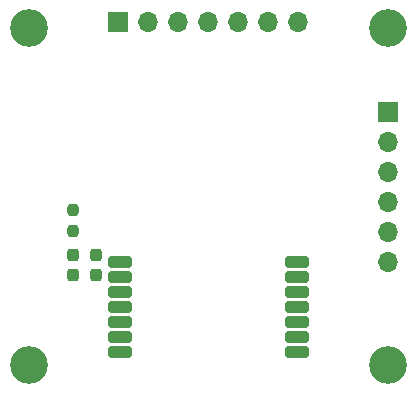
<source format=gts>
G04 #@! TF.GenerationSoftware,KiCad,Pcbnew,6.0.11+dfsg-1~bpo11+1*
G04 #@! TF.CreationDate,2023-03-04T12:31:31-08:00*
G04 #@! TF.ProjectId,sx1280_breakout,73783132-3830-45f6-9272-65616b6f7574,rev?*
G04 #@! TF.SameCoordinates,Original*
G04 #@! TF.FileFunction,Soldermask,Top*
G04 #@! TF.FilePolarity,Negative*
%FSLAX46Y46*%
G04 Gerber Fmt 4.6, Leading zero omitted, Abs format (unit mm)*
G04 Created by KiCad (PCBNEW 6.0.11+dfsg-1~bpo11+1) date 2023-03-04 12:31:31*
%MOMM*%
%LPD*%
G01*
G04 APERTURE LIST*
G04 Aperture macros list*
%AMRoundRect*
0 Rectangle with rounded corners*
0 $1 Rounding radius*
0 $2 $3 $4 $5 $6 $7 $8 $9 X,Y pos of 4 corners*
0 Add a 4 corners polygon primitive as box body*
4,1,4,$2,$3,$4,$5,$6,$7,$8,$9,$2,$3,0*
0 Add four circle primitives for the rounded corners*
1,1,$1+$1,$2,$3*
1,1,$1+$1,$4,$5*
1,1,$1+$1,$6,$7*
1,1,$1+$1,$8,$9*
0 Add four rect primitives between the rounded corners*
20,1,$1+$1,$2,$3,$4,$5,0*
20,1,$1+$1,$4,$5,$6,$7,0*
20,1,$1+$1,$6,$7,$8,$9,0*
20,1,$1+$1,$8,$9,$2,$3,0*%
G04 Aperture macros list end*
%ADD10RoundRect,0.250000X-0.750000X-0.250000X0.750000X-0.250000X0.750000X0.250000X-0.750000X0.250000X0*%
%ADD11RoundRect,0.237500X-0.237500X0.250000X-0.237500X-0.250000X0.237500X-0.250000X0.237500X0.250000X0*%
%ADD12RoundRect,0.237500X-0.237500X0.300000X-0.237500X-0.300000X0.237500X-0.300000X0.237500X0.300000X0*%
%ADD13C,3.200000*%
%ADD14R,1.700000X1.700000*%
%ADD15O,1.700000X1.700000*%
G04 APERTURE END LIST*
D10*
X132200000Y-111320000D03*
X132200000Y-112590000D03*
X132200000Y-113860000D03*
X132200000Y-115130000D03*
X132200000Y-116400000D03*
X132200000Y-117670000D03*
X132200000Y-118940000D03*
X147200000Y-118940000D03*
X147200000Y-117670000D03*
X147200000Y-116400000D03*
X147200000Y-115130000D03*
X147200000Y-113860000D03*
X147200000Y-112590000D03*
X147200000Y-111320000D03*
D11*
X128270000Y-106875000D03*
X128270000Y-108700000D03*
D12*
X130175000Y-110685000D03*
X130175000Y-112410000D03*
X128270000Y-110685000D03*
X128270000Y-112410000D03*
D13*
X154900000Y-120000000D03*
X124500000Y-120000000D03*
X154900000Y-91500000D03*
X124500000Y-91500000D03*
D14*
X132080000Y-91000000D03*
D15*
X134620000Y-91000000D03*
X137160000Y-91000000D03*
X139700000Y-91000000D03*
X142240000Y-91000000D03*
X144780000Y-91000000D03*
X147320000Y-91000000D03*
X154940000Y-111320000D03*
X154940000Y-108780000D03*
X154940000Y-106240000D03*
X154940000Y-103700000D03*
X154940000Y-101160000D03*
D14*
X154940000Y-98620000D03*
M02*

</source>
